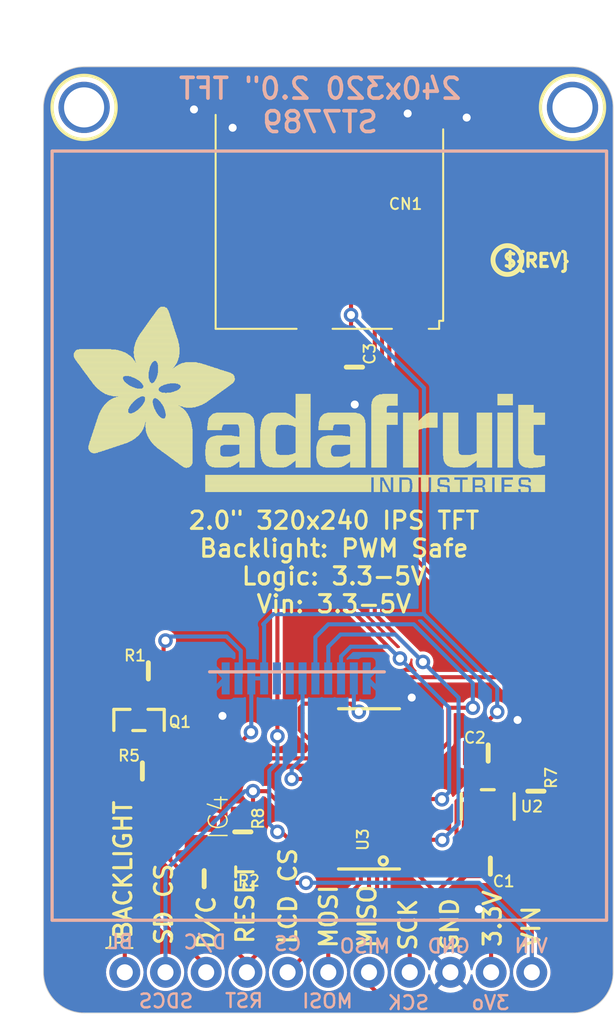
<source format=kicad_pcb>
(kicad_pcb (version 20221018) (generator pcbnew)
  (layers (0 "F.Cu" signal) (31 "B.Cu" signal) (34 "B.Paste" user) (35 "F.Paste" user) (36 "B.SilkS" user "B.Silkscreen") (37 "F.SilkS" user "F.Silkscreen") (38 "B.Mask" user) (39 "F.Mask" user) (44 "Edge.Cuts" user))
  (net 0 "")
  (net 1 "N$1")
  (net 2 "GND")
  (net 3 "3.3V")
  (net 4 "VIN")
  (net 5 "RESET_3V")
  (net 6 "SCLK_3V")
  (net 7 "MOSI_3V")
  (net 8 "LCDCS_3V")
  (net 9 "MISO")
  (net 10 "SDCS_3V")
  (net 11 "SCLK_5V")
  (net 12 "MOSI_5V")
  (net 13 "LCDCS_5V")
  (net 14 "SDCS_5V")
  (net 15 "RESET_5V")
  (net 16 "LEDK")
  (net 17 "BACKLIGHT")
  (net 18 "DC_3V")
  (net 19 "DC_5V")
  (footprint "working:1X11_ROUND_76" (layer "F.Cu") (at 148.5011 131.9911)
    (fp_text reference "JP1" (at -14.0462 -1.8288) (layer "F.SilkS") (effects (font (size 0.692831 0.692831) (thickness 0.119969)) (justify left)))
    (fp_text value "")
    (pad "1" thru_hole circle (at -12.7 0 90) (size 1.9304 1.9304) (drill 1) (layers "*.Cu" "*.Mask") (net 17 "BACKLIGHT"))
    (pad "2" thru_hole circle (at -10.16 0 90) (size 1.9304 1.9304) (drill 1) (layers "*.Cu" "*.Mask") (net 14 "SDCS_5V"))
    (pad "3" thru_hole circle (at -7.62 0 90) (size 1.9304 1.9304) (drill 1) (layers "*.Cu" "*.Mask") (net 19 "DC_5V"))
    (pad "4" thru_hole circle (at -5.08 0 90) (size 1.9304 1.9304) (drill 1) (layers "*.Cu" "*.Mask") (net 15 "RESET_5V"))
    (pad "5" thru_hole circle (at -2.54 0 90) (size 1.9304 1.9304) (drill 1) (layers "*.Cu" "*.Mask") (net 13 "LCDCS_5V"))
    (pad "6" thru_hole circle (at 0 0 90) (size 1.9304 1.9304) (drill 1) (layers "*.Cu" "*.Mask") (net 12 "MOSI_5V"))
    (pad "7" thru_hole circle (at 2.54 0 90) (size 1.9304 1.9304) (drill 1) (layers "*.Cu" "*.Mask") (net 9 "MISO"))
    (pad "8" thru_hole circle (at 5.08 0 90) (size 1.9304 1.9304) (drill 1) (layers "*.Cu" "*.Mask") (net 11 "SCLK_5V"))
    (pad "9" thru_hole circle (at 7.62 0 90) (size 1.9304 1.9304) (drill 1) (layers "*.Cu" "*.Mask") (net 2 "GND"))
    (pad "10" thru_hole circle (at 10.16 0 90) (size 1.9304 1.9304) (drill 1) (layers "*.Cu" "*.Mask") (net 3 "3.3V"))
    (pad "11" thru_hole circle (at 12.7 0 90) (size 1.9304 1.9304) (drill 1) (layers "*.Cu" "*.Mask") (net 4 "VIN"))
  )
  (footprint "working:SOIC16" (layer "F.Cu") (at 151.0421 120.5451 90)
    (fp_text reference "U3" (at -3.937 -0.381 90) (layer "F.SilkS") (effects (font (size 0.692831 0.692831) (thickness 0.119969)) (justify left)))
    (fp_text value "74HC4050D")
    (pad "1" smd rect (at -4.445 2.6 90) (size 0.6 2.2) (layers "F.Cu" "F.Paste" "F.Mask") (net 3 "3.3V"))
    (pad "2" smd rect (at -3.175 2.6 90) (size 0.6 2.2) (layers "F.Cu" "F.Paste" "F.Mask") (net 6 "SCLK_3V"))
    (pad "3" smd rect (at -1.905 2.6 90) (size 0.6 2.2) (layers "F.Cu" "F.Paste" "F.Mask") (net 11 "SCLK_5V"))
    (pad "4" smd rect (at -0.635 2.6 90) (size 0.6 2.2) (layers "F.Cu" "F.Paste" "F.Mask") (net 7 "MOSI_3V"))
    (pad "5" smd rect (at 0.635 2.6 90) (size 0.6 2.2) (layers "F.Cu" "F.Paste" "F.Mask") (net 12 "MOSI_5V"))
    (pad "6" smd rect (at 1.905 2.6 90) (size 0.6 2.2) (layers "F.Cu" "F.Paste" "F.Mask") (net 8 "LCDCS_3V"))
    (pad "7" smd rect (at 3.175 2.6 90) (size 0.6 2.2) (layers "F.Cu" "F.Paste" "F.Mask") (net 13 "LCDCS_5V"))
    (pad "8" smd rect (at 4.445 2.6 90) (size 0.6 2.2) (layers "F.Cu" "F.Paste" "F.Mask") (net 2 "GND"))
    (pad "9" smd rect (at 4.445 -2.6 90) (size 0.6 2.2) (layers "F.Cu" "F.Paste" "F.Mask") (net 15 "RESET_5V"))
    (pad "10" smd rect (at 3.175 -2.6 90) (size 0.6 2.2) (layers "F.Cu" "F.Paste" "F.Mask") (net 5 "RESET_3V"))
    (pad "11" smd rect (at 1.905 -2.6 90) (size 0.6 2.2) (layers "F.Cu" "F.Paste" "F.Mask") (net 19 "DC_5V"))
    (pad "12" smd rect (at 0.635 -2.6 90) (size 0.6 2.2) (layers "F.Cu" "F.Paste" "F.Mask") (net 18 "DC_3V"))
    (pad "13" smd rect (at -0.635 -2.6 90) (size 0.6 2.2) (layers "F.Cu" "F.Paste" "F.Mask"))
    (pad "14" smd rect (at -1.905 -2.6 90) (size 0.6 2.2) (layers "F.Cu" "F.Paste" "F.Mask") (net 14 "SDCS_5V"))
    (pad "15" smd rect (at -3.175 -2.6 90) (size 0.6 2.2) (layers "F.Cu" "F.Paste" "F.Mask") (net 10 "SDCS_3V"))
    (pad "16" smd rect (at -4.445 -2.6 90) (size 0.6 2.2) (layers "F.Cu" "F.Paste" "F.Mask"))
  )
  (footprint "working:SOT23-5" (layer "F.Cu") (at 158.4531 121.6471)
    (fp_text reference "U2" (at 1.978 0) (layer "F.SilkS") (effects (font (size 0.692831 0.692831) (thickness 0.119969)) (justify left)))
    (fp_text value "AP2112K-3.3")
    (pad "1" smd rect (at -0.95 1.3001) (size 0.55 1.2) (layers "F.Cu" "F.Paste" "F.Mask") (net 4 "VIN"))
    (pad "2" smd rect (at 0 1.3001) (size 0.55 1.2) (layers "F.Cu" "F.Paste" "F.Mask") (net 2 "GND"))
    (pad "3" smd rect (at 0.95 1.3001) (size 0.55 1.2) (layers "F.Cu" "F.Paste" "F.Mask") (net 4 "VIN"))
    (pad "4" smd rect (at 0.95 -1.3001) (size 0.55 1.2) (layers "F.Cu" "F.Paste" "F.Mask"))
    (pad "5" smd rect (at -0.95 -1.3001) (size 0.55 1.2) (layers "F.Cu" "F.Paste" "F.Mask") (net 3 "3.3V"))
  )
  (footprint "working:SOT23" (layer "F.Cu") (at 139.7381 122.7201 -90)
    (fp_text reference "IC4" (at -1.905 -1.905 90) (layer "F.SilkS") (effects (font (size 1.176528 1.176528) (thickness 0.093472)) (justify right)))
    (fp_text value "APX803-SAG")
    (pad "1" smd rect (at -0.95 1.1 270) (size 1 1.4) (layers "F.Cu" "F.Paste" "F.Mask") (net 2 "GND"))
    (pad "2" smd rect (at 0.95 1.1 270) (size 1 1.4) (layers "F.Cu" "F.Paste" "F.Mask") (net 15 "RESET_5V"))
    (pad "3" smd rect (at 0 -1.1 270) (size 1 1.4) (layers "F.Cu" "F.Paste" "F.Mask") (net 4 "VIN"))
  )
  (footprint "working:FIDUCIAL_1MM" (layer "F.Cu") (at 137.1921 76.9641)
    (fp_text reference "FID2" hide)
    (fp_text value "FIDUCIAL_1MM" hide)
    (pad "1" smd roundrect (at 0 0) (size 1 1) (layers "F.Cu" "F.Mask") (roundrect_rratio 0.5))
  )
  (footprint "working:0805-NO" (layer "F.Cu") (at 136.8991 119.4281)
    (fp_text reference "R5" (at -1.5875 -0.9525) (layer "F.SilkS") (effects (font (size 0.692831 0.692831) (thickness 0.119969)) (justify left)))
    (fp_text value "10K")
    (pad "1" smd rect (at -0.95 0) (size 1.24 1.5) (layers "F.Cu" "F.Paste" "F.Mask") (net 17 "BACKLIGHT"))
    (pad "2" smd rect (at 0.95 0) (size 1.24 1.5) (layers "F.Cu" "F.Paste" "F.Mask") (net 3 "3.3V"))
  )
  (footprint "working:0805-NO" (layer "F.Cu") (at 150.1301 94.2241 -90)
    (fp_text reference "C3" (at -1.5875 -0.9525 90) (layer "F.SilkS") (effects (font (size 0.692831 0.692831) (thickness 0.119969)) (justify right)))
    (fp_text value "10uF")
    (pad "1" smd rect (at -0.95 0 270) (size 1.24 1.5) (layers "F.Cu" "F.Paste" "F.Mask") (net 3 "3.3V"))
    (pad "2" smd rect (at 0.95 0 270) (size 1.24 1.5) (layers "F.Cu" "F.Paste" "F.Mask") (net 2 "GND"))
  )
  (footprint "working:0805-NO" (layer "F.Cu") (at 158.4771 118.3081)
    (fp_text reference "C2" (at -1.5875 -0.9525) (layer "F.SilkS") (effects (font (size 0.692831 0.692831) (thickness 0.119969)) (justify left)))
    (fp_text value "10uF")
    (pad "1" smd rect (at -0.95 0) (size 1.24 1.5) (layers "F.Cu" "F.Paste" "F.Mask") (net 3 "3.3V"))
    (pad "2" smd rect (at 0.95 0) (size 1.24 1.5) (layers "F.Cu" "F.Paste" "F.Mask") (net 2 "GND"))
  )
  (footprint "working:PCBFEAT-REV-040" (layer "F.Cu") (at 159.6771 87.5411)
    (fp_text reference "U$24" hide)
    (fp_text value "" hide)
    (fp_text user "${REV}" (at -0.3556 0.508) (layer "F.SilkS") (effects (font (size 0.8128 0.8128) (thickness 0.2032)) (justify left bottom)))
  )
  (footprint "working:0805-NO" (layer "F.Cu") (at 143.1671 123.2281 -90)
    (fp_text reference "R8" (at -1.5875 -0.9525 90) (layer "F.SilkS") (effects (font (size 0.692831 0.692831) (thickness 0.119969)) (justify right)))
    (fp_text value "10K")
    (pad "1" smd rect (at -0.95 0 270) (size 1.24 1.5) (layers "F.Cu" "F.Paste" "F.Mask") (net 14 "SDCS_5V"))
    (pad "2" smd rect (at 0.95 0 270) (size 1.24 1.5) (layers "F.Cu" "F.Paste" "F.Mask") (net 4 "VIN"))
  )
  (footprint "working:FIDUCIAL_1MM" (layer "F.Cu") (at 161.7231 124.2241)
    (fp_text reference "FID1" hide)
    (fp_text value "FIDUCIAL_1MM" hide)
    (pad "1" smd roundrect (at 0 0) (size 1 1) (layers "F.Cu" "F.Mask") (roundrect_rratio 0.5))
  )
  (footprint "working:0805-NO" (layer "F.Cu") (at 161.4551 120.6881 -90)
    (fp_text reference "R7" (at -1.5875 -0.9525 90) (layer "F.SilkS") (effects (font (size 0.692831 0.692831) (thickness 0.119969)) (justify right)))
    (fp_text value "10K")
    (pad "1" smd rect (at -0.95 0 270) (size 1.24 1.5) (layers "F.Cu" "F.Paste" "F.Mask") (net 13 "LCDCS_5V"))
    (pad "2" smd rect (at 0.95 0 270) (size 1.24 1.5) (layers "F.Cu" "F.Paste" "F.Mask") (net 4 "VIN"))
  )
  (footprint "working:0805-NO" (layer "F.Cu") (at 140.7541 126.1491)
    (fp_text reference "R2" (at 2.032 0.127) (layer "F.SilkS") (effects (font (size 0.692831 0.692831) (thickness 0.119969)) (justify left)))
    (fp_text value "10K")
    (pad "1" smd rect (at -0.95 0) (size 1.24 1.5) (layers "F.Cu" "F.Paste" "F.Mask") (net 15 "RESET_5V"))
    (pad "2" smd rect (at 0.95 0) (size 1.24 1.5) (layers "F.Cu" "F.Paste" "F.Mask") (net 4 "VIN"))
  )
  (footprint "working:MOUNTINGHOLE_2.5_PLATED" (layer "F.Cu") (at 163.7411 78.0161)
    (fp_text reference "U$3" hide)
    (fp_text value "MOUNTINGHOLE2.5" hide)
    (pad "P$1" thru_hole circle (at 0 0) (size 3.2 3.2) (drill 2.5) (layers "*.Cu" "*.Mask"))
    (zone (net 0) (net_name "") (layer "F.Cu") (connect_pads (clearance 0)) (min_thickness 0.25)
      (keepout (tracks not_allowed) (vias not_allowed) (pads not_allowed) (copperpour not_allowed) (footprints allowed))
      (fill (thermal_gap 0.5) (thermal_bridge_width 0.5))
      (polygon (pts (xy 165.7571 78.0161) (xy 165.73748 77.735527) (xy 165.679004 77.460415) (xy 165.582808 77.196119) (xy 165.450765 76.947783) (xy 165.285446 76.72024) (xy 165.090067 76.51792) (xy 164.868433 76.34476) (xy 164.624856 76.204131) (xy 164.364078 76.09877) (xy 164.091175 76.030728) (xy 163.811457 76.001328) (xy 163.530371 76.011144) (xy 163.253385 76.059984) (xy 162.985893 76.146897) (xy 162.7331 76.270193) (xy 162.499926 76.42747) (xy 162.290911 76.615669) (xy 162.110122 76.831125) (xy 161.961078 77.069645) (xy 161.84668 77.326587) (xy 161.769154 77.59695) (xy 161.730011 77.875471) (xy 161.730011 78.156729) (xy 161.769154 78.43525) (xy 161.84668 78.705613) (xy 161.961078 78.962555) (xy 162.110122 79.201075) (xy 162.290911 79.416531) (xy 162.499926 79.60473) (xy 162.7331 79.762007) (xy 162.985893 79.885303) (xy 163.253385 79.972216) (xy 163.530371 80.021056) (xy 163.811457 80.030872) (xy 164.091175 80.001472) (xy 164.364078 79.93343) (xy 164.624856 79.828069) (xy 164.868433 79.68744) (xy 165.090067 79.51428) (xy 165.285446 79.31196) (xy 165.450765 79.084417) (xy 165.582808 78.836081) (xy 165.679004 78.571785) (xy 165.73748 78.296673)))
      (polygon (pts (xy 163.7251 78.0161) (xy 163.729786 78.027414) (xy 163.7411 78.0321) (xy 163.752414 78.027414) (xy 163.7571 78.0161) (xy 163.752414 78.004786) (xy 163.7411 78.0001) (xy 163.729786 78.004786)))
    )
    (zone (net 0) (net_name "") (layer "B.Cu") (connect_pads (clearance 0)) (min_thickness 0.25)
      (keepout (tracks not_allowed) (vias not_allowed) (pads not_allowed) (copperpour not_allowed) (footprints allowed))
      (fill (thermal_gap 0.5) (thermal_bridge_width 0.5))
      (polygon (pts (xy 165.7571 78.0161) (xy 165.73748 77.735527) (xy 165.679004 77.460415) (xy 165.582808 77.196119) (xy 165.450765 76.947783) (xy 165.285446 76.72024) (xy 165.090067 76.51792) (xy 164.868433 76.34476) (xy 164.624856 76.204131) (xy 164.364078 76.09877) (xy 164.091175 76.030728) (xy 163.811457 76.001328) (xy 163.530371 76.011144) (xy 163.253385 76.059984) (xy 162.985893 76.146897) (xy 162.7331 76.270193) (xy 162.499926 76.42747) (xy 162.290911 76.615669) (xy 162.110122 76.831125) (xy 161.961078 77.069645) (xy 161.84668 77.326587) (xy 161.769154 77.59695) (xy 161.730011 77.875471) (xy 161.730011 78.156729) (xy 161.769154 78.43525) (xy 161.84668 78.705613) (xy 161.961078 78.962555) (xy 162.110122 79.201075) (xy 162.290911 79.416531) (xy 162.499926 79.60473) (xy 162.7331 79.762007) (xy 162.985893 79.885303) (xy 163.253385 79.972216) (xy 163.530371 80.021056) (xy 163.811457 80.030872) (xy 164.091175 80.001472) (xy 164.364078 79.93343) (xy 164.624856 79.828069) (xy 164.868433 79.68744) (xy 165.090067 79.51428) (xy 165.285446 79.31196) (xy 165.450765 79.084417) (xy 165.582808 78.836081) (xy 165.679004 78.571785) (xy 165.73748 78.296673)))
      (polygon (pts (xy 163.7251 78.0161) (xy 163.729786 78.027414) (xy 163.7411 78.0321) (xy 163.752414 78.027414) (xy 163.7571 78.0161) (xy 163.752414 78.004786) (xy 163.7411 78.0001) (xy 163.729786 78.004786)))
    )
  )
  (footprint "working:SOT23-R" (layer "F.Cu") (at 136.6901 116.2431)
    (fp_text reference "Q1" (at 1.778 0.127) (layer "F.SilkS") (effects (font (size 0.692831 0.692831) (thickness 0.119969)) (justify left)))
    (fp_text value "BSS138")
    (pad "1" smd rect (at -0.95 1) (size 0.635 1.016) (layers "F.Cu" "F.Paste" "F.Mask") (net 17 "BACKLIGHT"))
    (pad "2" smd rect (at 0.95 1) (size 0.635 1.016) (layers "F.Cu" "F.Paste" "F.Mask") (net 2 "GND"))
    (pad "3" smd rect (at 0 -1) (size 0.635 1.016) (layers "F.Cu" "F.Paste" "F.Mask") (net 16 "LEDK"))
  )
  (footprint "working:ADAFRUIT_TEXT_30MM" (layer "F.Cu") (at 132.3741 102.0041)
    (fp_text reference "U$20" hide)
    (fp_text value "" hide)
  )
  (footprint "working:MOUNTINGHOLE_2.5_PLATED" (layer "F.Cu") (at 133.2611 78.0161)
    (fp_text reference "U$4" hide)
    (fp_text value "MOUNTINGHOLE2.5" hide)
    (pad "P$1" thru_hole circle (at 0 0) (size 3.2 3.2) (drill 2.5) (layers "*.Cu" "*.Mask"))
    (zone (net 0) (net_name "") (layer "F.Cu") (connect_pads (clearance 0)) (min_thickness 0.25)
      (keepout (tracks not_allowed) (vias not_allowed) (pads not_allowed) (copperpour not_allowed) (footprints allowed))
      (fill (thermal_gap 0.5) (thermal_bridge_width 0.5))
      (polygon (pts (xy 135.2771 78.0161) (xy 135.25748 77.735527) (xy 135.199004 77.460415) (xy 135.102808 77.196119) (xy 134.970765 76.947783) (xy 134.805446 76.72024) (xy 134.610067 76.51792) (xy 134.388433 76.34476) (xy 134.144856 76.204131) (xy 133.884078 76.09877) (xy 133.611175 76.030728) (xy 133.331457 76.001328) (xy 133.050371 76.011144) (xy 132.773385 76.059984) (xy 132.505893 76.146897) (xy 132.2531 76.270193) (xy 132.019926 76.42747) (xy 131.810911 76.615669) (xy 131.630122 76.831125) (xy 131.481078 77.069645) (xy 131.36668 77.326587) (xy 131.289154 77.59695) (xy 131.250011 77.875471) (xy 131.250011 78.156729) (xy 131.289154 78.43525) (xy 131.36668 78.705613) (xy 131.481078 78.962555) (xy 131.630122 79.201075) (xy 131.810911 79.416531) (xy 132.019926 79.60473) (xy 132.2531 79.762007) (xy 132.505893 79.885303) (xy 132.773385 79.972216) (xy 133.050371 80.021056) (xy 133.331457 80.030872) (xy 133.611175 80.001472) (xy 133.884078 79.93343) (xy 134.144856 79.828069) (xy 134.388433 79.68744) (xy 134.610067 79.51428) (xy 134.805446 79.31196) (xy 134.970765 79.084417) (xy 135.102808 78.836081) (xy 135.199004 78.571785) (xy 135.25748 78.296673)))
      (polygon (pts (xy 133.2451 78.0161) (xy 133.249786 78.027414) (xy 133.2611 78.0321) (xy 133.272414 78.027414) (xy 133.2771 78.0161) (xy 133.272414 78.004786) (xy 133.2611 78.0001) (xy 133.249786 78.004786)))
    )
    (zone (net 0) (net_name "") (layer "B.Cu") (connect_pads (clearance 0)) (min_thickness 0.25)
      (keepout (tracks not_allowed) (vias not_allowed) (pads not_allowed) (copperpour not_allowed) (footprints allowed))
      (fill (thermal_gap 0.5) (thermal_bridge_width 0.5))
      (polygon (pts (xy 135.2771 78.0161) (xy 135.25748 77.735527) (xy 135.199004 77.460415) (xy 135.102808 77.196119) (xy 134.970765 76.947783) (xy 134.805446 76.72024) (xy 134.610067 76.51792) (xy 134.388433 76.34476) (xy 134.144856 76.204131) (xy 133.884078 76.09877) (xy 133.611175 76.030728) (xy 133.331457 76.001328) (xy 133.050371 76.011144) (xy 132.773385 76.059984) (xy 132.505893 76.146897) (xy 132.2531 76.270193) (xy 132.019926 76.42747) (xy 131.810911 76.615669) (xy 131.630122 76.831125) (xy 131.481078 77.069645) (xy 131.36668 77.326587) (xy 131.289154 77.59695) (xy 131.250011 77.875471) (xy 131.250011 78.156729) (xy 131.289154 78.43525) (xy 131.36668 78.705613) (xy 131.481078 78.962555) (xy 131.630122 79.201075) (xy 131.810911 79.416531) (xy 132.019926 79.60473) (xy 132.2531 79.762007) (xy 132.505893 79.885303) (xy 132.773385 79.972216) (xy 133.050371 80.021056) (xy 133.331457 80.030872) (xy 133.611175 80.001472) (xy 133.884078 79.93343) (xy 134.144856 79.828069) (xy 134.388433 79.68744) (xy 134.610067 79.51428) (xy 134.805446 79.31196) (xy 134.970765 79.084417) (xy 135.102808 78.836081) (xy 135.199004 78.571785) (xy 135.25748 78.296673)))
      (polygon (pts (xy 133.2451 78.0161) (xy 133.249786 78.027414) (xy 133.2611 78.0321) (xy 133.272414 78.027414) (xy 133.2771 78.0161) (xy 133.272414 78.004786) (xy 133.2611 78.0001) (xy 133.249786 78.004786)))
    )
  )
  (footprint "working:FIDUCIAL_1MM" (layer "F.Cu") (at 159.6771 77.0001)
    (fp_text reference "FID3" hide)
    (fp_text value "FIDUCIAL_1MM" hide)
    (pad "1" smd roundrect (at 0 0) (size 1 1) (layers "F.Cu" "F.Mask") (roundrect_rratio 0.5))
  )
  (footprint "working:0805-NO" (layer "F.Cu") (at 137.2711 113.1791)
    (fp_text reference "R1" (at -1.5875 -0.9525) (layer "F.SilkS") (effects (font (size 0.692831 0.692831) (thickness 0.119969)) (justify left)))
    (fp_text value "10")
    (pad "1" smd rect (at -0.95 0) (size 1.24 1.5) (layers "F.Cu" "F.Paste" "F.Mask") (net 16 "LEDK"))
    (pad "2" smd rect (at 0.95 0) (size 1.24 1.5) (layers "F.Cu" "F.Paste" "F.Mask") (net 1 "N$1"))
  )
  (footprint "working:0805-NO" (layer "F.Cu") (at 158.6151 125.3651 180)
    (fp_text reference "C1" (at -1.5875 -0.9525) (layer "F.SilkS") (effects (font (size 0.692831 0.692831) (thickness 0.119969)) (justify right)))
    (fp_text value "10uF")
    (pad "1" smd rect (at -0.95 0 180) (size 1.24 1.5) (layers "F.Cu" "F.Paste" "F.Mask") (net 4 "VIN"))
    (pad "2" smd rect (at 0.95 0 180) (size 1.24 1.5) (layers "F.Cu" "F.Paste" "F.Mask") (net 2 "GND"))
  )
  (footprint "working:MICROSD" (layer "F.Cu") (at 155.6201 91.7341 180)
    (fp_text reference "CN1" (at 1.18 7.69) (layer "F.SilkS") (effects (font (size 0.692831 0.692831) (thickness 0.119969)) (justify right)))
    (fp_text value "")
    (pad "1" smd rect (at 9 10.64 180) (size 0.7 1.5) (layers "F.Cu" "F.Paste" "F.Mask"))
    (pad "2" smd rect (at 7.9 10.24 180) (size 0.7 1.5) (layers "F.Cu" "F.Paste" "F.Mask") (net 10 "SDCS_3V"))
    (pad "3" smd rect (at 6.8 10.64 180) (size 0.7 1.5) (layers "F.Cu" "F.Paste" "F.Mask") (net 7 "MOSI_3V"))
    (pad "4" smd rect (at 5.7 11.04 180) (size 0.7 1.5) (layers "F.Cu" "F.Paste" "F.Mask") (net 3 "3.3V"))
    (pad "5" smd rect (at 4.6 10.64 180) (size 0.7 1.5) (layers "F.Cu" "F.Paste" "F.Mask") (net 6 "SCLK_3V"))
    (pad "6" smd rect (at 3.5 11.04 180) (size 0.7 1.5) (layers "F.Cu" "F.Paste" "F.Mask") (net 2 "GND"))
    (pad "7" smd rect (at 2.4 10.64 180) (size 0.7 1.5) (layers "F.Cu" "F.Paste" "F.Mask") (net 9 "MISO"))
    (pad "8" smd rect (at 1.3 10.64 180) (size 0.7 1.5) (layers "F.Cu" "F.Paste" "F.Mask"))
    (pad "CD1" smd rect (at 2 0.44 270) (size 1.4 1.8) (layers "F.Cu" "F.Paste" "F.Mask"))
    (pad "CD2" smd rect (at 8 0.44 270) (size 1.4 1.8) (layers "F.Cu" "F.Paste" "F.Mask"))
    (pad "MT1" smd rect (at 0.4 13.54 180) (size 1.4 1.9) (layers "F.Cu" "F.Paste" "F.Mask") (net 2 "GND"))
    (pad "MT2" smd rect (at 13.6 14.44 180) (size 1.4 1.9) (layers "F.Cu" "F.Paste" "F.Mask") (net 2 "GND"))
  )
  (footprint "working:TFT_2.0IN_240X320_12P" (layer "B.Cu") (at 147.8661 100.2411 180)
    (fp_text reference "DISP1" hide)
    (fp_text value "DISP_LCD_GENERIC_SPI_2.0IN_240X320" hide)
    (pad "1" smd rect (at 5.77 -13.41 90) (size 2 0.5) (layers "B.Cu" "B.Mask") (net 2 "GND"))
    (pad "2" smd rect (at 4.97 -13.41 90) (size 2 0.5) (layers "B.Cu" "B.Mask") (net 1 "N$1"))
    (pad "3" smd rect (at 4.17 -13.41 90) (size 2 0.5) (layers "B.Cu" "B.Mask") (net 3 "3.3V"))
    (pad "4" smd rect (at 3.37 -13.41 90) (size 2 0.5) (layers "B.Cu" "B.Mask") (net 3 "3.3V"))
    (pad "5" smd rect (at 2.57 -13.41 90) (size 2 0.5) (layers "B.Cu" "B.Mask") (net 2 "GND"))
    (pad "6" smd rect (at 1.77 -13.41 90) (size 2 0.5) (layers "B.Cu" "B.Mask") (net 2 "GND"))
    (pad "7" smd rect (at 0.97 -13.41 90) (size 2 0.5) (layers "B.Cu" "B.Mask") (net 18 "DC_3V"))
    (pad "8" smd rect (at 0.17 -13.41 90) (size 2 0.5) (layers "B.Cu" "B.Mask") (net 8 "LCDCS_3V"))
    (pad "9" smd rect (at -0.63 -13.41 90) (size 2 0.5) (layers "B.Cu" "B.Mask") (net 6 "SCLK_3V"))
    (pad "10" smd rect (at -1.43 -13.41 90) (size 2 0.5) (layers "B.Cu" "B.Mask") (net 7 "MOSI_3V"))
    (pad "11" smd rect (at -2.23 -13.41 90) (size 2 0.5) (layers "B.Cu" "B.Mask") (net 5 "RESET_3V"))
    (pad "12" smd rect (at -3.03 -13.41 90) (size 2 0.5) (layers "B.Cu" "B.Mask") (net 2 "GND"))
  )
  (gr_line (start 166.2811 131.9911) (end 166.2811 78.0161) (stroke (width 0.05)) (layer "Edge.Cuts"))
  (gr_line (start 163.7411 75.4761) (end 133.2611 75.4761) (stroke (width 0.05)) (layer "Edge.Cuts"))
  (gr_line (start 130.7211 78.0161) (end 130.7211 131.9911) (stroke (width 0.05)) (layer "Edge.Cuts"))
  (gr_arc (start 166.2811 131.9911) (mid 165.537151 133.787151) (end 163.7411 134.5311) (stroke (width 0.05)) (layer "Edge.Cuts"))
  (gr_arc (start 133.2611 134.5311) (mid 131.465049 133.787151) (end 130.7211 131.9911) (stroke (width 0.05)) (layer "Edge.Cuts"))
  (gr_line (start 133.2611 134.5311) (end 163.7411 134.5311) (stroke (width 0.05)) (layer "Edge.Cuts"))
  (gr_arc (start 163.7411 75.4761) (mid 165.537151 76.220049) (end 166.2811 78.0161) (stroke (width 0.05)) (layer "Edge.Cuts"))
  (gr_arc (start 130.7211 78.0161) (mid 131.465049 76.220049) (end 133.2611 75.4761) (stroke (width 0.05)) (layer "Edge.Cuts"))
  (gr_text "SCK" (at 153.5001 133.8921) (layer "B.SilkS") (effects (font (size 0.8636 0.8636) (thickness 0.1524)) (justify mirror)))
  (gr_text "VIN" (at 161.1601 130.3361) (layer "B.SilkS") (effects (font (size 0.8636 0.8636) (thickness 0.1524)) (justify mirror)))
  (gr_text "SDCS" (at 138.3721 133.7861) (layer "B.SilkS") (effects (font (size 0.8636 0.8636) (thickness 0.1524)) (justify mirror)))
  (gr_text "240x320 2.0\" TFT\nST7789" (at 147.9931 77.8891) (layer "B.SilkS") (effects (font (size 1.2954 1.2954) (thickness 0.2286)) (justify mirror)))
  (gr_text "GND" (at 156.0201 130.3571) (layer "B.SilkS") (effects (font (size 0.8636 0.8636) (thickness 0.1524)) (justify mirror)))
  (gr_text "3Vo" (at 158.6201 133.8921) (layer "B.SilkS") (effects (font (size 0.8636 0.8636) (thickness 0.1524)) (justify mirror)))
  (gr_text "RST" (at 143.2461 133.7651) (layer "B.SilkS") (effects (font (size 0.8636 0.8636) (thickness 0.1524)) (justify mirror)))
  (gr_text "MOSI" (at 148.4521 133.7861) (layer "B.SilkS") (effects (font (size 0.8636 0.8636) (thickness 0.1524)) (justify mirror)))
  (gr_text "D/C" (at 140.8001 130.1031) (layer "B.SilkS") (effects (font (size 0.8636 0.8636) (thickness 0.1524)) (justify mirror)))
  (gr_text "MISO" (at 150.7851 130.3571) (layer "B.SilkS") (effects (font (size 0.8636 0.8636) (thickness 0.1524)) (justify mirror)))
  (gr_text "BL" (at 135.5211 130.0821) (layer "B.SilkS") (effects (font (size 0.8636 0.8636) (thickness 0.1524)) (justify mirror)))
  (gr_text "CS" (at 145.9681 130.2091) (layer "B.SilkS") (effects (font (size 0.8636 0.8636) (thickness 0.1524)) (justify mirror)))
  (gr_text "SD CS" (at 138.2341 127.7481 90) (layer "F.SilkS") (effects (font (size 1.0795 1.0795) (thickness 0.1905))))
  (gr_text "GND" (at 156.0811 129.0181 90) (layer "F.SilkS") (effects (font (size 1.0795 1.0795) (thickness 0.1905))))
  (gr_text "2.0\" 320x240 IPS TFT\nBacklight: PWM Safe\nLogic: 3.3-5V\nVin: 3.3-5V" (at 148.8531 106.4041) (layer "F.SilkS") (effects (font (size 1.0795 1.0795) (thickness 0.1905))))
  (gr_text "MISO" (at 150.9341 128.5101 90) (layer "F.SilkS") (effects (font (size 1.0795 1.0795) (thickness 0.1905))))
  (gr_text "MOSI" (at 148.5211 128.5101 90) (layer "F.SilkS") (effects (font (size 1.0795 1.0795) (thickness 0.1905))))
  (gr_text "D/C" (at 140.9011 128.8911 90) (layer "F.SilkS") (effects (font (size 1.0795 1.0795) (thickness 0.1905))))
  (gr_text "LCD CS" (at 145.9811 127.2401 90) (layer "F.SilkS") (effects (font (size 1.0795 1.0795) (thickness 0.1905))))
  (gr_text "3.3V" (at 158.7481 128.6371 90) (layer "F.SilkS") (effects (font (size 1.0795 1.0795) (thickness 0.1905))))
  (gr_text "BACKLIGHT" (at 135.6941 125.5891 90) (layer "F.SilkS") (effects (font (size 1.0795 1.0795) (thickness 0.1905))))
  (gr_text "VIN" (at 161.1611 129.1451 90) (layer "F.SilkS") (effects (font (size 1.0795 1.0795) (thickness 0.1905))))
  (gr_text "SCK" (at 153.4741 129.0181 90) (layer "F.SilkS") (effects (font (size 1.0795 1.0795) (thickness 0.1905))))
  (gr_text "RESET" (at 143.3141 127.7481 90) (layer "F.SilkS") (effects (font (size 1.0795 1.0795) (thickness 0.1905))))
  (segment (start 138.2211 111.4101) (end 138.3411 111.2901) (width 0.254) (layer "F.Cu") (net 1))
  (segment (start 138.2211 113.1791) (end 138.2211 111.4101) (width 0.254) (layer "F.Cu") (net 1))
  (via (at 138.3411 111.2901) (size 0.9064) (drill 0.5) (layers "F.Cu" "B.Cu") (net 1))
  (segment (start 138.5951 111.0361) (end 142.1511 111.0361) (width 0.254) (layer "B.Cu") (net 1))
  (segment (start 138.3411 111.2901) (end 138.5951 111.0361) (width 0.254) (layer "B.Cu") (net 1))
  (segment (start 142.1511 111.0361) (end 143.0401 111.9251) (width 0.254) (layer "B.Cu") (net 1))
  (segment (start 143.0401 111.9251) (end 143.0401 113.5071) (width 0.254) (layer "B.Cu") (net 1))
  (segment (start 143.0401 113.5071) (end 142.8961 113.6511) (width 0.254) (layer "B.Cu") (net 1))
  (via (at 160.3121 116.2431) (size 0.9064) (drill 0.5) (layers "F.Cu" "B.Cu") (net 2))
  (via (at 153.7081 114.8461) (size 0.9064) (drill 0.5) (layers "F.Cu" "B.Cu") (net 2))
  (via (at 150.1521 96.5581) (size 0.9064) (drill 0.5) (layers "F.Cu" "B.Cu") (net 2))
  (via (at 142.5321 79.2861) (size 0.9064) (drill 0.5) (layers "F.Cu" "B.Cu") (net 2))
  (via (at 153.4541 78.3971) (size 0.9064) (drill 0.5) (layers "F.Cu" "B.Cu") (net 2))
  (via (at 140.1191 78.1431) (size 0.9064) (drill 0.5) (layers "F.Cu" "B.Cu") (net 2))
  (via (at 157.8991 128.0541) (size 0.9064) (drill 0.5) (layers "F.Cu" "B.Cu") (net 2))
  (via (at 157.1371 78.6511) (size 0.9064) (drill 0.5) (layers "F.Cu" "B.Cu") (net 2))
  (via (at 141.8971 115.9891) (size 0.9064) (drill 0.5) (layers "F.Cu" "B.Cu") (net 2))
  (segment (start 141.2521 119.4281) (end 143.6751 117.0051) (width 0.254) (layer "F.Cu") (net 3))
  (segment (start 157.5271 120.323) (end 157.5031 120.347) (width 0.254) (layer "F.Cu") (net 3))
  (segment (start 158.6611 131.9911) (end 158.6611 130.4671) (width 0.254) (layer "F.Cu") (net 3))
  (segment (start 149.9201 80.6941) (end 149.9201 90.9701) (width 0.254) (layer "F.Cu") (net 3))
  (segment (start 149.9201 90.9701) (end 149.9201 93.0641) (width 0.254) (layer "F.Cu") (net 3))
  (segment (start 157.5271 117.2501) (end 159.0421 115.7351) (width 0.254) (layer "F.Cu") (net 3))
  (segment (start 155.2321 127.0381) (end 153.6421 125.4481) (width 0.254) (layer "F.Cu") (net 3))
  (segment (start 157.4782 120.347) (end 156.5021 121.3231) (width 0.254) (layer "F.Cu") (net 3))
  (segment (start 156.5021 125.7681) (end 155.2321 127.0381) (width 0.254) (layer "F.Cu") (net 3))
  (segment (start 157.5271 118.3081) (end 157.5271 120.323) (width 0.254) (layer "F.Cu") (net 3))
  (segment (start 158.6611 130.4671) (end 155.2321 127.0381) (width 0.254) (layer "F.Cu") (net 3))
  (segment (start 157.5271 118.3081) (end 157.5271 117.2501) (width 0.254) (layer "F.Cu") (net 3))
  (segment (start 137.8491 119.4281) (end 141.2521 119.4281) (width 0.254) (layer "F.Cu") (net 3))
  (segment (start 149.9201 93.0641) (end 150.1301 93.2741) (width 0.254) (layer "F.Cu") (net 3))
  (segment (start 153.6421 125.4481) (end 153.6421 124.9901) (width 0.254) (layer "F.Cu") (net 3))
  (segment (start 157.5031 120.347) (end 157.4782 120.347) (width 0.254) (layer "F.Cu") (net 3))
  (segment (start 156.5021 121.3231) (end 156.5021 125.7681) (width 0.254) (layer "F.Cu") (net 3))
  (via (at 143.6751 117.0051) (size 0.9064) (drill 0.5) (layers "F.Cu" "B.Cu") (net 3))
  (via (at 159.0421 115.7351) (size 0.9064) (drill 0.5) (layers "F.Cu" "B.Cu") (net 3))
  (via (at 149.9201 90.9701) (size 0.9064) (drill 0.5) (layers "F.Cu" "B.Cu") (net 3))
  (segment (start 144.4371 110.2741) (end 144.4961 110.3331) (width 0.254) (layer "B.Cu") (net 3))
  (segment (start 144.4961 110.3331) (end 144.4961 113.6511) (width 0.254) (layer "B.Cu") (net 3))
  (segment (start 154.4701 109.6391) (end 145.0721 109.6391) (width 0.254) (layer "B.Cu") (net 3))
  (segment (start 154.4701 95.5201) (end 149.9201 90.9701) (width 0.254) (layer "B.Cu") (net 3))
  (segment (start 143.6961 113.6511) (end 144.4961 113.6511) (width 0.254) (layer "B.Cu") (net 3))
  (segment (start 159.0421 115.7351) (end 159.0421 114.2111) (width 0.254) (layer "B.Cu") (net 3))
  (segment (start 159.0421 114.2111) (end 154.4701 109.6391) (width 0.254) (layer "B.Cu") (net 3))
  (segment (start 143.6961 116.9841) (end 143.6961 113.6511) (width 0.254) (layer "B.Cu") (net 3))
  (segment (start 143.6751 117.0051) (end 143.6961 116.9841) (width 0.254) (layer "B.Cu") (net 3))
  (segment (start 145.0721 109.6391) (end 144.4371 110.2741) (width 0.254) (layer "B.Cu") (net 3))
  (segment (start 154.4701 109.6391) (end 154.4701 95.5201) (width 0.254) (layer "B.Cu") (net 3))
  (segment (start 159.4031 122.9472) (end 159.4031 125.2031) (width 0.254) (layer "F.Cu") (net 4))
  (segment (start 157.5031 122.9472) (end 157.5031 121.8461) (width 0.254) (layer "F.Cu") (net 4))
  (segment (start 159.1691 121.7041) (end 159.2351 121.6381) (width 0.254) (layer "F.Cu") (net 4))
  (segment (start 140.8381 122.7201) (end 142.2961 124.1781) (width 0.254) (layer "F.Cu") (net 4))
  (segment (start 157.5031 121.8461) (end 157.6451 121.7041) (width 0.254) (layer "F.Cu") (net 4))
  (segment (start 157.6451 121.7041) (end 159.1691 121.7041) (width 0.254) (layer "F.Cu") (net 4))
  (segment (start 159.4231 121.9581) (end 159.4031 121.9781) (width 0.254) (layer "F.Cu") (net 4))
  (segment (start 159.4031 121.9781) (end 159.4031 122.9472) (width 0.254) (layer "F.Cu") (net 4))
  (segment (start 161.2011 127.0011) (end 159.5651 125.3651) (width 0.254) (layer "F.Cu") (net 4))
  (segment (start 159.4031 125.2031) (end 159.5651 125.3651) (width 0.254) (layer "F.Cu") (net 4))
  (segment (start 145.3921 126.4031) (end 147.1041 126.4031) (width 0.254) (layer "F.Cu") (net 4))
  (segment (start 143.1671 124.1781) (end 145.3921 126.4031) (width 0.254) (layer "F.Cu") (net 4))
  (segment (start 159.1691 121.7041) (end 159.4231 121.9581) (width 0.254) (layer "F.Cu") (net 4))
  (segment (start 142.2961 124.1781) (end 143.0401 124.1781) (width 0.254) (layer "F.Cu") (net 4))
  (segment (start 159.2351 121.6381) (end 161.4551 121.6381) (width 0.254) (layer "F.Cu") (net 4))
  (segment (start 143.0401 124.8131) (end 143.0401 124.1781) (width 0.254) (layer "F.Cu") (net 4))
  (segment (start 143.0401 124.1781) (end 143.1671 124.1781) (width 0.254) (layer "F.Cu") (net 4))
  (segment (start 141.7041 126.1491) (end 143.0401 124.8131) (width 0.254) (layer "F.Cu") (net 4))
  (segment (start 161.2011 131.9911) (end 161.2011 127.0011) (width 0.254) (layer "F.Cu") (net 4))
  (via (at 147.1041 126.4031) (size 0.9064) (drill 0.5) (layers "F.Cu" "B.Cu") (net 4))
  (segment (start 161.2011 129.7051) (end 161.2011 131.9911) (width 0.254) (layer "B.Cu") (net 4))
  (segment (start 157.8991 126.4031) (end 161.2011 129.7051) (width 0.254) (layer "B.Cu") (net 4))
  (segment (start 147.1041 126.4031) (end 157.8991 126.4031) (width 0.254) (layer "B.Cu") (net 4))
  (segment (start 146.9771 115.2271) (end 149.8981 115.2271) (width 0.254) (layer "F.Cu") (net 5))
  (segment (start 146.7231 115.4811) (end 146.9771 115.2271) (width 0.254) (layer "F.Cu") (net 5))
  (segment (start 147.2151 117.3701) (end 146.7231 116.8781) (width 0.254) (layer "F.Cu") (net 5))
  (segment (start 148.4421 117.3701) (end 147.2151 117.3701) (width 0.254) (layer "F.Cu") (net 5))
  (segment (start 149.8981 115.2271) (end 150.4061 115.7351) (width 0.254) (layer "F.Cu") (net 5))
  (segment (start 146.7231 116.8781) (end 146.7231 115.4811) (width 0.254) (layer "F.Cu") (net 5))
  (via (at 150.4061 115.7351) (size 0.9064) (drill 0.5) (layers "F.Cu" "B.Cu") (net 5))
  (segment (start 150.4061 115.7351) (end 150.0961 115.4251) (width 0.254) (layer "B.Cu") (net 5))
  (segment (start 150.0961 115.4251) (end 150.0961 113.6511) (width 0.254) (layer "B.Cu") (net 5))
  (segment (start 151.4011 109.6181) (end 154.4066 112.6236) (width 0.254) (layer "F.Cu") (net 6))
  (segment (start 151.4011 82.4911) (end 151.4011 109.6181) (width 0.254) (layer "F.Cu") (net 6))
  (segment (start 151.0201 81.0941) (end 151.0201 82.1101) (width 0.254) (layer "F.Cu") (net 6))
  (segment (start 155.5971 123.7201) (end 155.6131 123.7361) (width 0.254) (layer "F.Cu") (net 6))
  (segment (start 151.4011 82.4911) (end 151.0201 82.1101) (width 0.254) (layer "F.Cu") (net 6))
  (segment (start 153.6421 123.7201) (end 155.5971 123.7201) (width 0.254) (layer "F.Cu") (net 6))
  (via (at 154.4066 112.6236) (size 0.9064) (drill 0.5) (layers "F.Cu" "B.Cu") (net 6))
  (via (at 155.6131 123.7361) (size 0.9064) (drill 0.5) (layers "F.Cu" "B.Cu") (net 6))
  (segment (start 156.6291 114.8461) (end 154.4066 112.6236) (width 0.254) (layer "B.Cu") (net 6))
  (segment (start 152.6921 110.9091) (end 149.2631 110.9091) (width 0.254) (layer "B.Cu") (net 6))
  (segment (start 148.5011 111.6711) (end 148.5011 113.6461) (width 0.254) (layer "B.Cu") (net 6))
  (segment (start 149.2631 110.9091) (end 148.5011 111.6711) (width 0.254) (layer "B.Cu") (net 6))
  (segment (start 155.6131 123.7361) (end 156.6291 122.7201) (width 0.254) (layer "B.Cu") (net 6))
  (segment (start 154.4066 112.6236) (end 152.6921 110.9091) (width 0.254) (layer "B.Cu") (net 6))
  (segment (start 148.5011 113.6461) (end 148.4961 113.6511) (width 0.254) (layer "B.Cu") (net 6))
  (segment (start 156.6291 114.8461) (end 156.6291 122.7201) (width 0.254) (layer "B.Cu") (net 6))
  (segment (start 148.8201 108.2563) (end 152.9715 112.4077) (width 0.254) (layer "F.Cu") (net 7))
  (segment (start 148.8201 92.161075) (end 148.8201 108.2563) (width 0.254) (layer "F.Cu") (net 7))
  (segment (start 153.6421 121.1801) (end 155.5757 121.1801) (width 0.254) (layer "F.Cu") (net 7))
  (segment (start 148.8201 81.0941) (end 148.8201 90.427125) (width 0.254) (layer "F.Cu") (net 7))
  (segment (start 148.8503 90.457325) (end 148.8503 92.130875) (width 0.254) (layer "F.Cu") (net 7))
  (segment (start 155.5757 121.1801) (end 155.5917 121.1961) (width 0.254) (layer "F.Cu") (net 7))
  (segment (start 148.8201 90.427125) (end 148.8503 90.457325) (width 0.254) (layer "F.Cu") (net 7))
  (segment (start 148.8503 92.130875) (end 148.8201 92.161075) (width 0.254) (layer "F.Cu") (net 7))
  (via (at 155.5917 121.1961) (size 0.9064) (drill 0.5) (layers "F.Cu" "B.Cu") (net 7))
  (via (at 152.9715 112.4077) (size 0.9064) (drill 0.5) (layers "F.Cu" "B.Cu") (net 7))
  (segment (start 156.0449 115.4811) (end 152.9715 112.4077) (width 0.254) (layer "B.Cu") (net 7))
  (segment (start 149.2961 112.2731) (end 149.2961 113.6511) (width 0.254) (layer "B.Cu") (net 7))
  (segment (start 152.9715 112.4077) (end 152.2349 111.6711) (width 0.254) (layer "B.Cu") (net 7))
  (segment (start 152.2349 111.6711) (end 149.8981 111.6711) (width 0.254) (layer "B.Cu") (net 7))
  (segment (start 155.5917 121.1961) (end 156.0449 120.7429) (width 0.254) (layer "B.Cu") (net 7))
  (segment (start 149.8981 111.6711) (end 149.2961 112.2731) (width 0.254) (layer "B.Cu") (net 7))
  (segment (start 156.0449 115.4811) (end 156.0449 120.7429) (width 0.254) (layer "B.Cu") (net 7))
  (segment (start 153.6421 118.6401) (end 154.9941 118.6401) (width 0.254) (layer "F.Cu") (net 8))
  (segment (start 154.9941 118.6401) (end 155.9941 117.6401) (width 0.254) (layer "F.Cu") (net 8))
  (segment (start 155.9941 115.4811) (end 157.5181 115.4811) (width 0.254) (layer "F.Cu") (net 8))
  (segment (start 155.9941 117.6401) (end 155.9941 115.4811) (width 0.254) (layer "F.Cu") (net 8))
  (via (at 157.5181 115.4811) (size 0.9064) (drill 0.5) (layers "F.Cu" "B.Cu") (net 8))
  (segment (start 148.5011 110.2741) (end 147.6961 111.0791) (width 0.254) (layer "B.Cu") (net 8))
  (segment (start 157.5181 115.4811) (end 157.5181 113.9571) (width 0.254) (layer "B.Cu") (net 8))
  (segment (start 157.5181 113.9571) (end 153.8351 110.2741) (width 0.254) (layer "B.Cu") (net 8))
  (segment (start 153.8351 110.2741) (end 148.5011 110.2741) (width 0.254) (layer "B.Cu") (net 8))
  (segment (start 147.6961 111.0791) (end 147.6961 113.6511) (width 0.254) (layer "B.Cu") (net 8))
  (segment (start 151.0411 131.9911) (end 151.0411 132.7531) (width 0.254) (layer "F.Cu") (net 9))
  (segment (start 151.0411 132.7531) (end 151.9301 133.6421) (width 0.254) (layer "F.Cu") (net 9))
  (segment (start 152.3111 104.547519) (end 152.3111 88.0491) (width 0.254) (layer "F.Cu") (net 9))
  (segment (start 162.4711 133.6421) (end 164.1221 131.9911) (width 0.254) (layer "F.Cu") (net 9))
  (segment (start 164.1221 131.9911) (end 164.1221 116.358519) (width 0.254) (layer "F.Cu") (net 9))
  (segment (start 153.2201 87.1401) (end 152.3111 88.0491) (width 0.254) (layer "F.Cu") (net 9))
  (segment (start 151.9301 133.6421) (end 162.4711 133.6421) (width 0.254) (layer "F.Cu") (net 9))
  (segment (start 164.1221 116.358519) (end 152.3111 104.547519) (width 0.254) (layer "F.Cu") (net 9))
  (segment (start 153.2201 81.0941) (end 153.2201 87.1401) (width 0.254) (layer "F.Cu") (net 9))
  (segment (start 146.0721 123.7201) (end 145.7071 123.3551) (width 0.254) (layer "F.Cu") (net 10))
  (segment (start 145.3261 123.2281) (end 145.3261 123.3551) (width 0.254) (layer "F.Cu") (net 10))
  (segment (start 145.3261 89.4461) (end 145.3261 117.2591) (width 0.254) (layer "F.Cu") (net 10))
  (segment (start 148.4421 123.7201) (end 146.0721 123.7201) (width 0.254) (layer "F.Cu") (net 10))
  (segment (start 145.7071 123.3551) (end 145.3261 123.3551) (width 0.254) (layer "F.Cu") (net 10))
  (segment (start 147.7201 87.0521) (end 145.3261 89.4461) (width 0.254) (layer "F.Cu") (net 10))
  (segment (start 147.7201 81.4941) (end 147.7201 87.0521) (width 0.254) (layer "F.Cu") (net 10))
  (via (at 145.3261 117.2591) (size 0.9064) (drill 0.5) (layers "F.Cu" "B.Cu") (net 10))
  (via (at 145.3261 123.2281) (size 0.9064) (drill 0.5) (layers "F.Cu" "B.Cu") (net 10))
  (segment (start 145.3261 118.9101) (end 144.8181 119.4181) (width 0.254) (layer "B.Cu") (net 10))
  (segment (start 144.8181 119.4181) (end 144.8181 122.7201) (width 0.254) (layer "B.Cu") (net 10))
  (segment (start 145.3261 123.2281) (end 144.8181 122.7201) (width 0.254) (layer "B.Cu") (net 10))
  (segment (start 145.3261 117.2591) (end 145.3261 118.9101) (width 0.254) (layer "B.Cu") (net 10))
  (segment (start 153.5811 131.9911) (end 153.5811 128.4351) (width 0.254) (layer "F.Cu") (net 11))
  (segment (start 153.5811 128.4351) (end 152.0571 126.9111) (width 0.254) (layer "F.Cu") (net 11))
  (segment (start 152.0571 126.9111) (end 152.0571 122.7201) (width 0.254) (layer "F.Cu") (net 11))
  (segment (start 152.3271 122.4501) (end 153.6421 122.4501) (width 0.254) (layer "F.Cu") (net 11))
  (segment (start 152.0571 122.7201) (end 152.3271 122.4501) (width 0.254) (layer "F.Cu") (net 11))
  (segment (start 151.5491 120.9421) (end 152.5811 119.9101) (width 0.254) (layer "F.Cu") (net 12))
  (segment (start 148.5011 131.9911) (end 148.5011 130.5941) (width 0.254) (layer "F.Cu") (net 12))
  (segment (start 151.5491 127.5461) (end 151.5491 120.9421) (width 0.254) (layer "F.Cu") (net 12))
  (segment (start 148.5011 130.5941) (end 151.5491 127.5461) (width 0.254) (layer "F.Cu") (net 12))
  (segment (start 152.5811 119.9101) (end 153.6421 119.9101) (width 0.254) (layer "F.Cu") (net 12))
  (segment (start 151.8031 115.1001) (end 151.8031 117.3701) (width 0.254) (layer "F.Cu") (net 13))
  (segment (start 159.0421 113.5761) (end 153.3271 113.5761) (width 0.254) (layer "F.Cu") (net 13))
  (segment (start 161.4551 115.9891) (end 159.0421 113.5761) (width 0.254) (layer "F.Cu") (net 13))
  (segment (start 151.8031 117.3701) (end 153.6421 117.3701) (width 0.254) (layer "F.Cu") (net 13))
  (segment (start 161.4551 119.7381) (end 161.4551 115.9891) (width 0.254) (layer "F.Cu") (net 13))
  (segment (start 151.0411 126.9111) (end 151.0411 117.7671) (width 0.254) (layer "F.Cu") (net 13))
  (segment (start 145.9611 131.9911) (end 151.0411 126.9111) (width 0.254) (layer "F.Cu") (net 13))
  (segment (start 151.0411 117.7671) (end 151.4381 117.3701) (width 0.254) (layer "F.Cu") (net 13))
  (segment (start 151.4381 117.3701) (end 151.8031 117.3701) (width 0.254) (layer "F.Cu") (net 13))
  (segment (start 153.3271 113.5761) (end 151.8031 115.1001) (width 0.254) (layer "F.Cu") (net 13))
  (segment (start 143.1671 122.2781) (end 143.8021 121.6431) (width 0.254) (layer "F.Cu") (net 14))
  (segment (start 143.8021 121.6431) (end 143.8021 120.6881) (width 0.254) (layer "F.Cu") (net 14))
  (segment (start 146.4531 122.4501) (end 144.6911 120.6881) (width 0.254) (layer "F.Cu") (net 14))
  (segment (start 144.6911 120.6881) (end 143.8021 120.6881) (width 0.254) (layer "F.Cu") (net 14))
  (segment (start 148.4421 122.4501) (end 146.4531 122.4501) (width 0.254) (layer "F.Cu") (net 14))
  (via (at 143.8021 120.6881) (size 0.9064) (drill 0.5) (layers "F.Cu" "B.Cu") (net 14))
  (segment (start 138.3411 131.9911) (end 138.3411 125.6411) (width 0.254) (layer "B.Cu") (net 14))
  (segment (start 138.3411 125.6411) (end 143.2941 120.6881) (width 0.254) (layer "B.Cu") (net 14))
  (segment (start 143.2941 120.6881) (end 143.8021 120.6881) (width 0.254) (layer "B.Cu") (net 14))
  (segment (start 138.6381 123.6701) (end 138.6381 124.9831) (width 0.254) (layer "F.Cu") (net 15))
  (segment (start 146.7231 130.2131) (end 144.6911 130.2131) (width 0.254) (layer "F.Cu") (net 15))
  (segment (start 138.6381 124.9831) (end 139.8041 126.1491) (width 0.254) (layer "F.Cu") (net 15))
  (segment (start 150.5331 117.5131) (end 149.2471 116.2271) (width 0.254) (layer "F.Cu") (net 15))
  (segment (start 143.4211 131.4831) (end 143.4211 131.9911) (width 0.254) (layer "F.Cu") (net 15))
  (segment (start 150.5331 126.4031) (end 150.5331 117.5131) (width 0.254) (layer "F.Cu") (net 15))
  (segment (start 139.8041 127.7391) (end 143.4211 131.3561) (width 0.254) (layer "F.Cu") (net 15))
  (segment (start 149.2471 116.2271) (end 148.5691 116.2271) (width 0.254) (layer "F.Cu") (net 15))
  (segment (start 139.8041 126.1491) (end 139.8041 127.7391) (width 0.254) (layer "F.Cu") (net 15))
  (segment (start 150.5331 126.4031) (end 146.7231 130.2131) (width 0.254) (layer "F.Cu") (net 15))
  (segment (start 144.6911 130.2131) (end 143.4211 131.4831) (width 0.254) (layer "F.Cu") (net 15))
  (segment (start 143.4211 131.3561) (end 143.4211 131.9911) (width 0.254) (layer "F.Cu") (net 15))
  (segment (start 148.5691 116.2271) (end 148.4421 116.1001) (width 0.254) (layer "F.Cu") (net 15))
  (segment (start 136.3211 113.1791) (end 136.3211 114.8741) (width 0.254) (layer "F.Cu") (net 16))
  (segment (start 136.3211 114.8741) (end 136.6901 115.2431) (width 0.254) (layer "F.Cu") (net 16))
  (segment (start 135.8011 131.9911) (end 135.8011 119.5761) (width 0.254) (layer "F.Cu") (net 17))
  (segment (start 135.7401 117.2431) (end 135.7401 119.2191) (width 0.254) (layer "F.Cu") (net 17))
  (segment (start 135.7401 119.2191) (end 135.9491 119.4281) (width 0.254) (layer "F.Cu") (net 17))
  (segment (start 135.8011 119.5761) (end 135.9491 119.4281) (width 0.254) (layer "F.Cu") (net 17))
  (segment (start 146.2151 119.9261) (end 148.4261 119.9261) (width 0.254) (layer "F.Cu") (net 18))
  (segment (start 148.4261 119.9261) (end 148.4421 119.9101) (width 0.254) (layer "F.Cu") (net 18))
  (via (at 146.2151 119.9261) (size 0.9064) (drill 0.5) (layers "F.Cu" "B.Cu") (net 18))
  (segment (start 146.8961 115.8161) (end 146.8961 118.6101) (width 0.254) (layer "B.Cu") (net 18))
  (segment (start 146.8961 113.6511) (end 146.8961 115.8161) (width 0.254) (layer "B.Cu") (net 18))
  (segment (start 146.2151 119.2911) (end 146.2151 119.9261) (width 0.254) (layer "B.Cu") (net 18))
  (segment (start 146.8961 118.6101) (end 146.2151 119.2911) (width 0.254) (layer "B.Cu") (net 18))
  (segment (start 140.8811 120.8151) (end 137.7061 120.8151) (width 0.254) (layer "F.Cu") (net 19))
  (segment (start 136.8171 121.7041) (end 136.8171 127.5461) (width 0.254) (layer "F.Cu") (net 19))
  (segment (start 143.0561 118.6401) (end 140.8811 120.8151) (width 0.254) (layer "F.Cu") (net 19))
  (segment (start 137.7061 120.8151) (end 136.8171 121.7041) (width 0.254) (layer "F.Cu") (net 19))
  (segment (start 136.8171 127.5461) (end 140.8811 131.6101) (width 0.254) (layer "F.Cu") (net 19))
  (segment (start 148.4421 118.6401) (end 143.0561 118.6401) (width 0.254) (layer "F.Cu") (net 19))
  (segment (start 140.8811 131.6101) (end 140.8811 131.9911) (width 0.254) (layer "F.Cu") (net 19))
  (zone (net 2) (net_name "GND") (layer "F.Cu") (priority 6) (connect_pads (clearance 0.000001)) (min_thickness 0.127) (fill yes (thermal_gap 0.304) (thermal_bridge_width 0.304))
    (polygon (pts (xy 166.4081 134.6581) (xy 130.5941 134.6581) (xy 130.5941 75.3491) (xy 166.4081 75.3491)))
  )
  (zone (net 2) (net_name "GND") (layer "B.Cu") (priority 6) (connect_pads (clearance 0.000001)) (min_thickness 0.127) (fill yes (thermal_gap 0.304) (thermal_bridge_width 0.304))
    (polygon (pts (xy 166.4081 134.6581) (xy 130.5941 134.6581) (xy 130.5941 75.3491) (xy 166.4081 75.3491)))
  )
)
</source>
